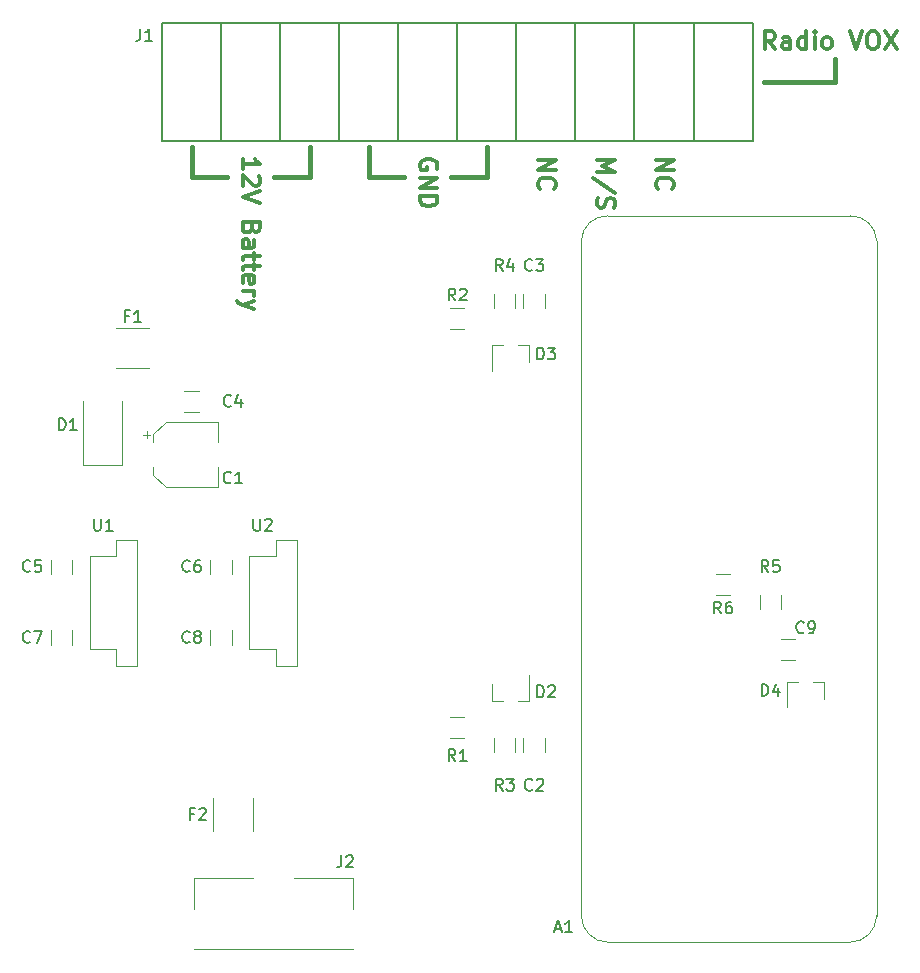
<source format=gbr>
G04 #@! TF.GenerationSoftware,KiCad,Pcbnew,(5.0.1)-4*
G04 #@! TF.CreationDate,2020-08-30T22:44:21+08:00*
G04 #@! TF.ProjectId,remote-monitor,72656D6F74652D6D6F6E69746F722E6B,rev?*
G04 #@! TF.SameCoordinates,Original*
G04 #@! TF.FileFunction,Legend,Top*
G04 #@! TF.FilePolarity,Positive*
%FSLAX46Y46*%
G04 Gerber Fmt 4.6, Leading zero omitted, Abs format (unit mm)*
G04 Created by KiCad (PCBNEW (5.0.1)-4) date 30/08/2020 10:44:21 PM*
%MOMM*%
%LPD*%
G01*
G04 APERTURE LIST*
%ADD10C,0.300000*%
%ADD11C,0.400000*%
%ADD12C,0.150000*%
%ADD13C,0.120000*%
G04 APERTURE END LIST*
D10*
X146821428Y-57052142D02*
X148321428Y-57052142D01*
X147250000Y-57552142D01*
X148321428Y-58052142D01*
X146821428Y-58052142D01*
X148392857Y-59837857D02*
X146464285Y-58552142D01*
X146892857Y-60266428D02*
X146821428Y-60480714D01*
X146821428Y-60837857D01*
X146892857Y-60980714D01*
X146964285Y-61052142D01*
X147107142Y-61123571D01*
X147250000Y-61123571D01*
X147392857Y-61052142D01*
X147464285Y-60980714D01*
X147535714Y-60837857D01*
X147607142Y-60552142D01*
X147678571Y-60409285D01*
X147750000Y-60337857D01*
X147892857Y-60266428D01*
X148035714Y-60266428D01*
X148178571Y-60337857D01*
X148250000Y-60409285D01*
X148321428Y-60552142D01*
X148321428Y-60909285D01*
X148250000Y-61123571D01*
D11*
X167000000Y-50500000D02*
X161000000Y-50500000D01*
X167000000Y-48500000D02*
X167000000Y-50500000D01*
X112500000Y-58500000D02*
X115500000Y-58500000D01*
X112500000Y-56000000D02*
X112500000Y-58500000D01*
X122500000Y-58500000D02*
X119500000Y-58500000D01*
X122500000Y-56000000D02*
X122500000Y-58500000D01*
X127500000Y-58500000D02*
X130500000Y-58500000D01*
X127500000Y-56000000D02*
X127500000Y-58500000D01*
X137500000Y-58500000D02*
X134500000Y-58500000D01*
X137500000Y-56000000D02*
X137500000Y-58500000D01*
D10*
X151821428Y-57052142D02*
X153321428Y-57052142D01*
X151821428Y-57909285D01*
X153321428Y-57909285D01*
X151964285Y-59480714D02*
X151892857Y-59409285D01*
X151821428Y-59195000D01*
X151821428Y-59052142D01*
X151892857Y-58837857D01*
X152035714Y-58695000D01*
X152178571Y-58623571D01*
X152464285Y-58552142D01*
X152678571Y-58552142D01*
X152964285Y-58623571D01*
X153107142Y-58695000D01*
X153250000Y-58837857D01*
X153321428Y-59052142D01*
X153321428Y-59195000D01*
X153250000Y-59409285D01*
X153178571Y-59480714D01*
X161909285Y-47678571D02*
X161409285Y-46964285D01*
X161052142Y-47678571D02*
X161052142Y-46178571D01*
X161623571Y-46178571D01*
X161766428Y-46250000D01*
X161837857Y-46321428D01*
X161909285Y-46464285D01*
X161909285Y-46678571D01*
X161837857Y-46821428D01*
X161766428Y-46892857D01*
X161623571Y-46964285D01*
X161052142Y-46964285D01*
X163195000Y-47678571D02*
X163195000Y-46892857D01*
X163123571Y-46750000D01*
X162980714Y-46678571D01*
X162695000Y-46678571D01*
X162552142Y-46750000D01*
X163195000Y-47607142D02*
X163052142Y-47678571D01*
X162695000Y-47678571D01*
X162552142Y-47607142D01*
X162480714Y-47464285D01*
X162480714Y-47321428D01*
X162552142Y-47178571D01*
X162695000Y-47107142D01*
X163052142Y-47107142D01*
X163195000Y-47035714D01*
X164552142Y-47678571D02*
X164552142Y-46178571D01*
X164552142Y-47607142D02*
X164409285Y-47678571D01*
X164123571Y-47678571D01*
X163980714Y-47607142D01*
X163909285Y-47535714D01*
X163837857Y-47392857D01*
X163837857Y-46964285D01*
X163909285Y-46821428D01*
X163980714Y-46750000D01*
X164123571Y-46678571D01*
X164409285Y-46678571D01*
X164552142Y-46750000D01*
X165266428Y-47678571D02*
X165266428Y-46678571D01*
X165266428Y-46178571D02*
X165195000Y-46250000D01*
X165266428Y-46321428D01*
X165337857Y-46250000D01*
X165266428Y-46178571D01*
X165266428Y-46321428D01*
X166195000Y-47678571D02*
X166052142Y-47607142D01*
X165980714Y-47535714D01*
X165909285Y-47392857D01*
X165909285Y-46964285D01*
X165980714Y-46821428D01*
X166052142Y-46750000D01*
X166195000Y-46678571D01*
X166409285Y-46678571D01*
X166552142Y-46750000D01*
X166623571Y-46821428D01*
X166695000Y-46964285D01*
X166695000Y-47392857D01*
X166623571Y-47535714D01*
X166552142Y-47607142D01*
X166409285Y-47678571D01*
X166195000Y-47678571D01*
X168266428Y-46178571D02*
X168766428Y-47678571D01*
X169266428Y-46178571D01*
X170052142Y-46178571D02*
X170337857Y-46178571D01*
X170480714Y-46250000D01*
X170623571Y-46392857D01*
X170695000Y-46678571D01*
X170695000Y-47178571D01*
X170623571Y-47464285D01*
X170480714Y-47607142D01*
X170337857Y-47678571D01*
X170052142Y-47678571D01*
X169909285Y-47607142D01*
X169766428Y-47464285D01*
X169695000Y-47178571D01*
X169695000Y-46678571D01*
X169766428Y-46392857D01*
X169909285Y-46250000D01*
X170052142Y-46178571D01*
X171195000Y-46178571D02*
X172195000Y-47678571D01*
X172195000Y-46178571D02*
X171195000Y-47678571D01*
X141821428Y-57052142D02*
X143321428Y-57052142D01*
X141821428Y-57909285D01*
X143321428Y-57909285D01*
X141964285Y-59480714D02*
X141892857Y-59409285D01*
X141821428Y-59195000D01*
X141821428Y-59052142D01*
X141892857Y-58837857D01*
X142035714Y-58695000D01*
X142178571Y-58623571D01*
X142464285Y-58552142D01*
X142678571Y-58552142D01*
X142964285Y-58623571D01*
X143107142Y-58695000D01*
X143250000Y-58837857D01*
X143321428Y-59052142D01*
X143321428Y-59195000D01*
X143250000Y-59409285D01*
X143178571Y-59480714D01*
X133250000Y-57837857D02*
X133321428Y-57695000D01*
X133321428Y-57480714D01*
X133250000Y-57266428D01*
X133107142Y-57123571D01*
X132964285Y-57052142D01*
X132678571Y-56980714D01*
X132464285Y-56980714D01*
X132178571Y-57052142D01*
X132035714Y-57123571D01*
X131892857Y-57266428D01*
X131821428Y-57480714D01*
X131821428Y-57623571D01*
X131892857Y-57837857D01*
X131964285Y-57909285D01*
X132464285Y-57909285D01*
X132464285Y-57623571D01*
X131821428Y-58552142D02*
X133321428Y-58552142D01*
X131821428Y-59409285D01*
X133321428Y-59409285D01*
X131821428Y-60123571D02*
X133321428Y-60123571D01*
X133321428Y-60480714D01*
X133250000Y-60695000D01*
X133107142Y-60837857D01*
X132964285Y-60909285D01*
X132678571Y-60980714D01*
X132464285Y-60980714D01*
X132178571Y-60909285D01*
X132035714Y-60837857D01*
X131892857Y-60695000D01*
X131821428Y-60480714D01*
X131821428Y-60123571D01*
X116821428Y-57837857D02*
X116821428Y-56980714D01*
X116821428Y-57409285D02*
X118321428Y-57409285D01*
X118107142Y-57266428D01*
X117964285Y-57123571D01*
X117892857Y-56980714D01*
X118178571Y-58409285D02*
X118250000Y-58480714D01*
X118321428Y-58623571D01*
X118321428Y-58980714D01*
X118250000Y-59123571D01*
X118178571Y-59195000D01*
X118035714Y-59266428D01*
X117892857Y-59266428D01*
X117678571Y-59195000D01*
X116821428Y-58337857D01*
X116821428Y-59266428D01*
X118321428Y-59695000D02*
X116821428Y-60195000D01*
X118321428Y-60695000D01*
X117607142Y-62837857D02*
X117535714Y-63052142D01*
X117464285Y-63123571D01*
X117321428Y-63195000D01*
X117107142Y-63195000D01*
X116964285Y-63123571D01*
X116892857Y-63052142D01*
X116821428Y-62909285D01*
X116821428Y-62337857D01*
X118321428Y-62337857D01*
X118321428Y-62837857D01*
X118250000Y-62980714D01*
X118178571Y-63052142D01*
X118035714Y-63123571D01*
X117892857Y-63123571D01*
X117750000Y-63052142D01*
X117678571Y-62980714D01*
X117607142Y-62837857D01*
X117607142Y-62337857D01*
X116821428Y-64480714D02*
X117607142Y-64480714D01*
X117750000Y-64409285D01*
X117821428Y-64266428D01*
X117821428Y-63980714D01*
X117750000Y-63837857D01*
X116892857Y-64480714D02*
X116821428Y-64337857D01*
X116821428Y-63980714D01*
X116892857Y-63837857D01*
X117035714Y-63766428D01*
X117178571Y-63766428D01*
X117321428Y-63837857D01*
X117392857Y-63980714D01*
X117392857Y-64337857D01*
X117464285Y-64480714D01*
X117821428Y-64980714D02*
X117821428Y-65552142D01*
X118321428Y-65195000D02*
X117035714Y-65195000D01*
X116892857Y-65266428D01*
X116821428Y-65409285D01*
X116821428Y-65552142D01*
X117821428Y-65837857D02*
X117821428Y-66409285D01*
X118321428Y-66052142D02*
X117035714Y-66052142D01*
X116892857Y-66123571D01*
X116821428Y-66266428D01*
X116821428Y-66409285D01*
X116892857Y-67480714D02*
X116821428Y-67337857D01*
X116821428Y-67052142D01*
X116892857Y-66909285D01*
X117035714Y-66837857D01*
X117607142Y-66837857D01*
X117750000Y-66909285D01*
X117821428Y-67052142D01*
X117821428Y-67337857D01*
X117750000Y-67480714D01*
X117607142Y-67552142D01*
X117464285Y-67552142D01*
X117321428Y-66837857D01*
X116821428Y-68195000D02*
X117821428Y-68195000D01*
X117535714Y-68195000D02*
X117678571Y-68266428D01*
X117750000Y-68337857D01*
X117821428Y-68480714D01*
X117821428Y-68623571D01*
X117821428Y-68980714D02*
X116821428Y-69337857D01*
X117821428Y-69695000D02*
X116821428Y-69337857D01*
X116464285Y-69195000D01*
X116392857Y-69123571D01*
X116321428Y-68980714D01*
D12*
G04 #@! TO.C,J1*
X160000000Y-45500000D02*
X160000000Y-55500000D01*
X155000000Y-45500000D02*
X155000000Y-55500000D01*
X150000000Y-45500000D02*
X150000000Y-55500000D01*
X145000000Y-45500000D02*
X145000000Y-55500000D01*
X115000000Y-45500000D02*
X115000000Y-55500000D01*
X120000000Y-45500000D02*
X120000000Y-55500000D01*
X125000000Y-45500000D02*
X125000000Y-55500000D01*
X130000000Y-45500000D02*
X130000000Y-55500000D01*
X135000000Y-45500000D02*
X135000000Y-55500000D01*
X140000000Y-45500000D02*
X140000000Y-55500000D01*
X110000000Y-45500000D02*
X110000000Y-55500000D01*
X110000000Y-55500000D02*
X160000000Y-55500000D01*
X160000000Y-45500000D02*
X110000000Y-45500000D01*
D13*
G04 #@! TO.C,A1*
X147749953Y-61793055D02*
X168250913Y-61793055D01*
X145501223Y-121044665D02*
X145501223Y-63892937D01*
X145501223Y-63892937D02*
G75*
G02X147749953Y-61793055I2174971J-75136D01*
G01*
X147751476Y-123294919D02*
G75*
G02X145501223Y-121044665I-185J2250068D01*
G01*
X170501421Y-121045427D02*
G75*
G02X168250913Y-123295936I-2250502J-7D01*
G01*
X168250913Y-123295936D02*
X147751476Y-123294919D01*
X168250913Y-61793054D02*
G75*
G02X170501421Y-63893699I76660J-2173725D01*
G01*
X170501421Y-63893699D02*
X170501421Y-121045427D01*
G04 #@! TO.C,C1*
X114760000Y-84760000D02*
X114760000Y-83060000D01*
X114760000Y-79240000D02*
X114760000Y-80940000D01*
X110304437Y-79240000D02*
X114760000Y-79240000D01*
X110304437Y-84760000D02*
X114760000Y-84760000D01*
X109240000Y-83695563D02*
X109240000Y-83060000D01*
X109240000Y-80304437D02*
X109240000Y-80940000D01*
X109240000Y-80304437D02*
X110304437Y-79240000D01*
X109240000Y-83695563D02*
X110304437Y-84760000D01*
X108375000Y-80315000D02*
X109000000Y-80315000D01*
X108687500Y-80002500D02*
X108687500Y-80627500D01*
G04 #@! TO.C,C2*
X140590000Y-105997936D02*
X140590000Y-107202064D01*
X142410000Y-105997936D02*
X142410000Y-107202064D01*
G04 #@! TO.C,C3*
X142410000Y-69602064D02*
X142410000Y-68397936D01*
X140590000Y-69602064D02*
X140590000Y-68397936D01*
G04 #@! TO.C,C4*
X111897936Y-76590000D02*
X113102064Y-76590000D01*
X111897936Y-78410000D02*
X113102064Y-78410000D01*
G04 #@! TO.C,C5*
X102410000Y-90897936D02*
X102410000Y-92102064D01*
X100590000Y-90897936D02*
X100590000Y-92102064D01*
G04 #@! TO.C,C6*
X114090000Y-90897936D02*
X114090000Y-92102064D01*
X115910000Y-90897936D02*
X115910000Y-92102064D01*
G04 #@! TO.C,C7*
X100590000Y-98102064D02*
X100590000Y-96897936D01*
X102410000Y-98102064D02*
X102410000Y-96897936D01*
G04 #@! TO.C,C8*
X114090000Y-98102064D02*
X114090000Y-96897936D01*
X115910000Y-98102064D02*
X115910000Y-96897936D01*
G04 #@! TO.C,C9*
X162397936Y-99410000D02*
X163602064Y-99410000D01*
X162397936Y-97590000D02*
X163602064Y-97590000D01*
G04 #@! TO.C,D1*
X103350000Y-82900000D02*
X106650000Y-82900000D01*
X106650000Y-82900000D02*
X106650000Y-77500000D01*
X103350000Y-82900000D02*
X103350000Y-77500000D01*
G04 #@! TO.C,D2*
X137920000Y-102860000D02*
X138850000Y-102860000D01*
X141080000Y-102860000D02*
X140150000Y-102860000D01*
X141080000Y-102860000D02*
X141080000Y-100700000D01*
X137920000Y-102860000D02*
X137920000Y-101400000D01*
G04 #@! TO.C,D3*
X141080000Y-72740000D02*
X141080000Y-74200000D01*
X137920000Y-72740000D02*
X137920000Y-74900000D01*
X137920000Y-72740000D02*
X138850000Y-72740000D01*
X141080000Y-72740000D02*
X140150000Y-72740000D01*
G04 #@! TO.C,D4*
X166080000Y-101240000D02*
X165150000Y-101240000D01*
X162920000Y-101240000D02*
X163850000Y-101240000D01*
X162920000Y-101240000D02*
X162920000Y-103400000D01*
X166080000Y-101240000D02*
X166080000Y-102700000D01*
G04 #@! TO.C,J2*
X112744000Y-117878000D02*
X117694000Y-117878000D01*
X112744000Y-117878000D02*
X112744000Y-120478000D01*
X126144000Y-117878000D02*
X126144000Y-120478000D01*
X126144000Y-117878000D02*
X121194000Y-117878000D01*
X126144000Y-123878000D02*
X112744000Y-123878000D01*
G04 #@! TO.C,R1*
X135602064Y-106010000D02*
X134397936Y-106010000D01*
X135602064Y-104190000D02*
X134397936Y-104190000D01*
G04 #@! TO.C,R2*
X135602064Y-69590000D02*
X134397936Y-69590000D01*
X135602064Y-71410000D02*
X134397936Y-71410000D01*
G04 #@! TO.C,R3*
X139910000Y-107202064D02*
X139910000Y-105997936D01*
X138090000Y-107202064D02*
X138090000Y-105997936D01*
G04 #@! TO.C,R4*
X139910000Y-68397936D02*
X139910000Y-69602064D01*
X138090000Y-68397936D02*
X138090000Y-69602064D01*
G04 #@! TO.C,R5*
X160590000Y-95102064D02*
X160590000Y-93897936D01*
X162410000Y-95102064D02*
X162410000Y-93897936D01*
G04 #@! TO.C,R6*
X158102064Y-92090000D02*
X156897936Y-92090000D01*
X158102064Y-93910000D02*
X156897936Y-93910000D01*
G04 #@! TO.C,U1*
X106140000Y-90600000D02*
X106140000Y-89210000D01*
X103900000Y-90600000D02*
X106140000Y-90600000D01*
X103900000Y-98480000D02*
X103900000Y-90600000D01*
X106140000Y-98480000D02*
X103900000Y-98480000D01*
X106140000Y-99880000D02*
X106140000Y-98480000D01*
X106150000Y-99880000D02*
X107920000Y-99880000D01*
X107920000Y-99880000D02*
X107920000Y-89210000D01*
X107920000Y-89210000D02*
X106140000Y-89210000D01*
G04 #@! TO.C,U2*
X121420000Y-89210000D02*
X119640000Y-89210000D01*
X121420000Y-99880000D02*
X121420000Y-89210000D01*
X119650000Y-99880000D02*
X121420000Y-99880000D01*
X119640000Y-99880000D02*
X119640000Y-98480000D01*
X119640000Y-98480000D02*
X117400000Y-98480000D01*
X117400000Y-98480000D02*
X117400000Y-90600000D01*
X117400000Y-90600000D02*
X119640000Y-90600000D01*
X119640000Y-90600000D02*
X119640000Y-89210000D01*
G04 #@! TO.C,F1*
X106113748Y-74710000D02*
X108886252Y-74710000D01*
X106113748Y-71290000D02*
X108886252Y-71290000D01*
G04 #@! TO.C,F2*
X114290000Y-113886252D02*
X114290000Y-111113748D01*
X117710000Y-113886252D02*
X117710000Y-111113748D01*
G04 #@! TO.C,J1*
D12*
X108166666Y-45952380D02*
X108166666Y-46666666D01*
X108119047Y-46809523D01*
X108023809Y-46904761D01*
X107880952Y-46952380D01*
X107785714Y-46952380D01*
X109166666Y-46952380D02*
X108595238Y-46952380D01*
X108880952Y-46952380D02*
X108880952Y-45952380D01*
X108785714Y-46095238D01*
X108690476Y-46190476D01*
X108595238Y-46238095D01*
G04 #@! TO.C,A1*
X143285714Y-122166666D02*
X143761904Y-122166666D01*
X143190476Y-122452380D02*
X143523809Y-121452380D01*
X143857142Y-122452380D01*
X144714285Y-122452380D02*
X144142857Y-122452380D01*
X144428571Y-122452380D02*
X144428571Y-121452380D01*
X144333333Y-121595238D01*
X144238095Y-121690476D01*
X144142857Y-121738095D01*
G04 #@! TO.C,C1*
X115833333Y-84357142D02*
X115785714Y-84404761D01*
X115642857Y-84452380D01*
X115547619Y-84452380D01*
X115404761Y-84404761D01*
X115309523Y-84309523D01*
X115261904Y-84214285D01*
X115214285Y-84023809D01*
X115214285Y-83880952D01*
X115261904Y-83690476D01*
X115309523Y-83595238D01*
X115404761Y-83500000D01*
X115547619Y-83452380D01*
X115642857Y-83452380D01*
X115785714Y-83500000D01*
X115833333Y-83547619D01*
X116785714Y-84452380D02*
X116214285Y-84452380D01*
X116500000Y-84452380D02*
X116500000Y-83452380D01*
X116404761Y-83595238D01*
X116309523Y-83690476D01*
X116214285Y-83738095D01*
G04 #@! TO.C,C2*
X141333333Y-110357142D02*
X141285714Y-110404761D01*
X141142857Y-110452380D01*
X141047619Y-110452380D01*
X140904761Y-110404761D01*
X140809523Y-110309523D01*
X140761904Y-110214285D01*
X140714285Y-110023809D01*
X140714285Y-109880952D01*
X140761904Y-109690476D01*
X140809523Y-109595238D01*
X140904761Y-109500000D01*
X141047619Y-109452380D01*
X141142857Y-109452380D01*
X141285714Y-109500000D01*
X141333333Y-109547619D01*
X141714285Y-109547619D02*
X141761904Y-109500000D01*
X141857142Y-109452380D01*
X142095238Y-109452380D01*
X142190476Y-109500000D01*
X142238095Y-109547619D01*
X142285714Y-109642857D01*
X142285714Y-109738095D01*
X142238095Y-109880952D01*
X141666666Y-110452380D01*
X142285714Y-110452380D01*
G04 #@! TO.C,C3*
X141333333Y-66357142D02*
X141285714Y-66404761D01*
X141142857Y-66452380D01*
X141047619Y-66452380D01*
X140904761Y-66404761D01*
X140809523Y-66309523D01*
X140761904Y-66214285D01*
X140714285Y-66023809D01*
X140714285Y-65880952D01*
X140761904Y-65690476D01*
X140809523Y-65595238D01*
X140904761Y-65500000D01*
X141047619Y-65452380D01*
X141142857Y-65452380D01*
X141285714Y-65500000D01*
X141333333Y-65547619D01*
X141666666Y-65452380D02*
X142285714Y-65452380D01*
X141952380Y-65833333D01*
X142095238Y-65833333D01*
X142190476Y-65880952D01*
X142238095Y-65928571D01*
X142285714Y-66023809D01*
X142285714Y-66261904D01*
X142238095Y-66357142D01*
X142190476Y-66404761D01*
X142095238Y-66452380D01*
X141809523Y-66452380D01*
X141714285Y-66404761D01*
X141666666Y-66357142D01*
G04 #@! TO.C,C4*
X115833333Y-77857142D02*
X115785714Y-77904761D01*
X115642857Y-77952380D01*
X115547619Y-77952380D01*
X115404761Y-77904761D01*
X115309523Y-77809523D01*
X115261904Y-77714285D01*
X115214285Y-77523809D01*
X115214285Y-77380952D01*
X115261904Y-77190476D01*
X115309523Y-77095238D01*
X115404761Y-77000000D01*
X115547619Y-76952380D01*
X115642857Y-76952380D01*
X115785714Y-77000000D01*
X115833333Y-77047619D01*
X116690476Y-77285714D02*
X116690476Y-77952380D01*
X116452380Y-76904761D02*
X116214285Y-77619047D01*
X116833333Y-77619047D01*
G04 #@! TO.C,C5*
X98833333Y-91857142D02*
X98785714Y-91904761D01*
X98642857Y-91952380D01*
X98547619Y-91952380D01*
X98404761Y-91904761D01*
X98309523Y-91809523D01*
X98261904Y-91714285D01*
X98214285Y-91523809D01*
X98214285Y-91380952D01*
X98261904Y-91190476D01*
X98309523Y-91095238D01*
X98404761Y-91000000D01*
X98547619Y-90952380D01*
X98642857Y-90952380D01*
X98785714Y-91000000D01*
X98833333Y-91047619D01*
X99738095Y-90952380D02*
X99261904Y-90952380D01*
X99214285Y-91428571D01*
X99261904Y-91380952D01*
X99357142Y-91333333D01*
X99595238Y-91333333D01*
X99690476Y-91380952D01*
X99738095Y-91428571D01*
X99785714Y-91523809D01*
X99785714Y-91761904D01*
X99738095Y-91857142D01*
X99690476Y-91904761D01*
X99595238Y-91952380D01*
X99357142Y-91952380D01*
X99261904Y-91904761D01*
X99214285Y-91857142D01*
G04 #@! TO.C,C6*
X112333333Y-91857142D02*
X112285714Y-91904761D01*
X112142857Y-91952380D01*
X112047619Y-91952380D01*
X111904761Y-91904761D01*
X111809523Y-91809523D01*
X111761904Y-91714285D01*
X111714285Y-91523809D01*
X111714285Y-91380952D01*
X111761904Y-91190476D01*
X111809523Y-91095238D01*
X111904761Y-91000000D01*
X112047619Y-90952380D01*
X112142857Y-90952380D01*
X112285714Y-91000000D01*
X112333333Y-91047619D01*
X113190476Y-90952380D02*
X113000000Y-90952380D01*
X112904761Y-91000000D01*
X112857142Y-91047619D01*
X112761904Y-91190476D01*
X112714285Y-91380952D01*
X112714285Y-91761904D01*
X112761904Y-91857142D01*
X112809523Y-91904761D01*
X112904761Y-91952380D01*
X113095238Y-91952380D01*
X113190476Y-91904761D01*
X113238095Y-91857142D01*
X113285714Y-91761904D01*
X113285714Y-91523809D01*
X113238095Y-91428571D01*
X113190476Y-91380952D01*
X113095238Y-91333333D01*
X112904761Y-91333333D01*
X112809523Y-91380952D01*
X112761904Y-91428571D01*
X112714285Y-91523809D01*
G04 #@! TO.C,C7*
X98833333Y-97857142D02*
X98785714Y-97904761D01*
X98642857Y-97952380D01*
X98547619Y-97952380D01*
X98404761Y-97904761D01*
X98309523Y-97809523D01*
X98261904Y-97714285D01*
X98214285Y-97523809D01*
X98214285Y-97380952D01*
X98261904Y-97190476D01*
X98309523Y-97095238D01*
X98404761Y-97000000D01*
X98547619Y-96952380D01*
X98642857Y-96952380D01*
X98785714Y-97000000D01*
X98833333Y-97047619D01*
X99166666Y-96952380D02*
X99833333Y-96952380D01*
X99404761Y-97952380D01*
G04 #@! TO.C,C8*
X112333333Y-97857142D02*
X112285714Y-97904761D01*
X112142857Y-97952380D01*
X112047619Y-97952380D01*
X111904761Y-97904761D01*
X111809523Y-97809523D01*
X111761904Y-97714285D01*
X111714285Y-97523809D01*
X111714285Y-97380952D01*
X111761904Y-97190476D01*
X111809523Y-97095238D01*
X111904761Y-97000000D01*
X112047619Y-96952380D01*
X112142857Y-96952380D01*
X112285714Y-97000000D01*
X112333333Y-97047619D01*
X112904761Y-97380952D02*
X112809523Y-97333333D01*
X112761904Y-97285714D01*
X112714285Y-97190476D01*
X112714285Y-97142857D01*
X112761904Y-97047619D01*
X112809523Y-97000000D01*
X112904761Y-96952380D01*
X113095238Y-96952380D01*
X113190476Y-97000000D01*
X113238095Y-97047619D01*
X113285714Y-97142857D01*
X113285714Y-97190476D01*
X113238095Y-97285714D01*
X113190476Y-97333333D01*
X113095238Y-97380952D01*
X112904761Y-97380952D01*
X112809523Y-97428571D01*
X112761904Y-97476190D01*
X112714285Y-97571428D01*
X112714285Y-97761904D01*
X112761904Y-97857142D01*
X112809523Y-97904761D01*
X112904761Y-97952380D01*
X113095238Y-97952380D01*
X113190476Y-97904761D01*
X113238095Y-97857142D01*
X113285714Y-97761904D01*
X113285714Y-97571428D01*
X113238095Y-97476190D01*
X113190476Y-97428571D01*
X113095238Y-97380952D01*
G04 #@! TO.C,C9*
X164333333Y-97037142D02*
X164285714Y-97084761D01*
X164142857Y-97132380D01*
X164047619Y-97132380D01*
X163904761Y-97084761D01*
X163809523Y-96989523D01*
X163761904Y-96894285D01*
X163714285Y-96703809D01*
X163714285Y-96560952D01*
X163761904Y-96370476D01*
X163809523Y-96275238D01*
X163904761Y-96180000D01*
X164047619Y-96132380D01*
X164142857Y-96132380D01*
X164285714Y-96180000D01*
X164333333Y-96227619D01*
X164809523Y-97132380D02*
X165000000Y-97132380D01*
X165095238Y-97084761D01*
X165142857Y-97037142D01*
X165238095Y-96894285D01*
X165285714Y-96703809D01*
X165285714Y-96322857D01*
X165238095Y-96227619D01*
X165190476Y-96180000D01*
X165095238Y-96132380D01*
X164904761Y-96132380D01*
X164809523Y-96180000D01*
X164761904Y-96227619D01*
X164714285Y-96322857D01*
X164714285Y-96560952D01*
X164761904Y-96656190D01*
X164809523Y-96703809D01*
X164904761Y-96751428D01*
X165095238Y-96751428D01*
X165190476Y-96703809D01*
X165238095Y-96656190D01*
X165285714Y-96560952D01*
G04 #@! TO.C,D1*
X101261904Y-79952380D02*
X101261904Y-78952380D01*
X101500000Y-78952380D01*
X101642857Y-79000000D01*
X101738095Y-79095238D01*
X101785714Y-79190476D01*
X101833333Y-79380952D01*
X101833333Y-79523809D01*
X101785714Y-79714285D01*
X101738095Y-79809523D01*
X101642857Y-79904761D01*
X101500000Y-79952380D01*
X101261904Y-79952380D01*
X102785714Y-79952380D02*
X102214285Y-79952380D01*
X102500000Y-79952380D02*
X102500000Y-78952380D01*
X102404761Y-79095238D01*
X102309523Y-79190476D01*
X102214285Y-79238095D01*
G04 #@! TO.C,D2*
X141761904Y-102552380D02*
X141761904Y-101552380D01*
X142000000Y-101552380D01*
X142142857Y-101600000D01*
X142238095Y-101695238D01*
X142285714Y-101790476D01*
X142333333Y-101980952D01*
X142333333Y-102123809D01*
X142285714Y-102314285D01*
X142238095Y-102409523D01*
X142142857Y-102504761D01*
X142000000Y-102552380D01*
X141761904Y-102552380D01*
X142714285Y-101647619D02*
X142761904Y-101600000D01*
X142857142Y-101552380D01*
X143095238Y-101552380D01*
X143190476Y-101600000D01*
X143238095Y-101647619D01*
X143285714Y-101742857D01*
X143285714Y-101838095D01*
X143238095Y-101980952D01*
X142666666Y-102552380D01*
X143285714Y-102552380D01*
G04 #@! TO.C,D3*
X141761904Y-73952380D02*
X141761904Y-72952380D01*
X142000000Y-72952380D01*
X142142857Y-73000000D01*
X142238095Y-73095238D01*
X142285714Y-73190476D01*
X142333333Y-73380952D01*
X142333333Y-73523809D01*
X142285714Y-73714285D01*
X142238095Y-73809523D01*
X142142857Y-73904761D01*
X142000000Y-73952380D01*
X141761904Y-73952380D01*
X142666666Y-72952380D02*
X143285714Y-72952380D01*
X142952380Y-73333333D01*
X143095238Y-73333333D01*
X143190476Y-73380952D01*
X143238095Y-73428571D01*
X143285714Y-73523809D01*
X143285714Y-73761904D01*
X143238095Y-73857142D01*
X143190476Y-73904761D01*
X143095238Y-73952380D01*
X142809523Y-73952380D01*
X142714285Y-73904761D01*
X142666666Y-73857142D01*
G04 #@! TO.C,D4*
X160761904Y-102452380D02*
X160761904Y-101452380D01*
X161000000Y-101452380D01*
X161142857Y-101500000D01*
X161238095Y-101595238D01*
X161285714Y-101690476D01*
X161333333Y-101880952D01*
X161333333Y-102023809D01*
X161285714Y-102214285D01*
X161238095Y-102309523D01*
X161142857Y-102404761D01*
X161000000Y-102452380D01*
X160761904Y-102452380D01*
X162190476Y-101785714D02*
X162190476Y-102452380D01*
X161952380Y-101404761D02*
X161714285Y-102119047D01*
X162333333Y-102119047D01*
G04 #@! TO.C,J2*
X125166666Y-115952380D02*
X125166666Y-116666666D01*
X125119047Y-116809523D01*
X125023809Y-116904761D01*
X124880952Y-116952380D01*
X124785714Y-116952380D01*
X125595238Y-116047619D02*
X125642857Y-116000000D01*
X125738095Y-115952380D01*
X125976190Y-115952380D01*
X126071428Y-116000000D01*
X126119047Y-116047619D01*
X126166666Y-116142857D01*
X126166666Y-116238095D01*
X126119047Y-116380952D01*
X125547619Y-116952380D01*
X126166666Y-116952380D01*
G04 #@! TO.C,R1*
X134833333Y-107952380D02*
X134500000Y-107476190D01*
X134261904Y-107952380D02*
X134261904Y-106952380D01*
X134642857Y-106952380D01*
X134738095Y-107000000D01*
X134785714Y-107047619D01*
X134833333Y-107142857D01*
X134833333Y-107285714D01*
X134785714Y-107380952D01*
X134738095Y-107428571D01*
X134642857Y-107476190D01*
X134261904Y-107476190D01*
X135785714Y-107952380D02*
X135214285Y-107952380D01*
X135500000Y-107952380D02*
X135500000Y-106952380D01*
X135404761Y-107095238D01*
X135309523Y-107190476D01*
X135214285Y-107238095D01*
G04 #@! TO.C,R2*
X134833333Y-68952380D02*
X134500000Y-68476190D01*
X134261904Y-68952380D02*
X134261904Y-67952380D01*
X134642857Y-67952380D01*
X134738095Y-68000000D01*
X134785714Y-68047619D01*
X134833333Y-68142857D01*
X134833333Y-68285714D01*
X134785714Y-68380952D01*
X134738095Y-68428571D01*
X134642857Y-68476190D01*
X134261904Y-68476190D01*
X135214285Y-68047619D02*
X135261904Y-68000000D01*
X135357142Y-67952380D01*
X135595238Y-67952380D01*
X135690476Y-68000000D01*
X135738095Y-68047619D01*
X135785714Y-68142857D01*
X135785714Y-68238095D01*
X135738095Y-68380952D01*
X135166666Y-68952380D01*
X135785714Y-68952380D01*
G04 #@! TO.C,R3*
X138833333Y-110452380D02*
X138500000Y-109976190D01*
X138261904Y-110452380D02*
X138261904Y-109452380D01*
X138642857Y-109452380D01*
X138738095Y-109500000D01*
X138785714Y-109547619D01*
X138833333Y-109642857D01*
X138833333Y-109785714D01*
X138785714Y-109880952D01*
X138738095Y-109928571D01*
X138642857Y-109976190D01*
X138261904Y-109976190D01*
X139166666Y-109452380D02*
X139785714Y-109452380D01*
X139452380Y-109833333D01*
X139595238Y-109833333D01*
X139690476Y-109880952D01*
X139738095Y-109928571D01*
X139785714Y-110023809D01*
X139785714Y-110261904D01*
X139738095Y-110357142D01*
X139690476Y-110404761D01*
X139595238Y-110452380D01*
X139309523Y-110452380D01*
X139214285Y-110404761D01*
X139166666Y-110357142D01*
G04 #@! TO.C,R4*
X138833333Y-66452380D02*
X138500000Y-65976190D01*
X138261904Y-66452380D02*
X138261904Y-65452380D01*
X138642857Y-65452380D01*
X138738095Y-65500000D01*
X138785714Y-65547619D01*
X138833333Y-65642857D01*
X138833333Y-65785714D01*
X138785714Y-65880952D01*
X138738095Y-65928571D01*
X138642857Y-65976190D01*
X138261904Y-65976190D01*
X139690476Y-65785714D02*
X139690476Y-66452380D01*
X139452380Y-65404761D02*
X139214285Y-66119047D01*
X139833333Y-66119047D01*
G04 #@! TO.C,R5*
X161333333Y-91952380D02*
X161000000Y-91476190D01*
X160761904Y-91952380D02*
X160761904Y-90952380D01*
X161142857Y-90952380D01*
X161238095Y-91000000D01*
X161285714Y-91047619D01*
X161333333Y-91142857D01*
X161333333Y-91285714D01*
X161285714Y-91380952D01*
X161238095Y-91428571D01*
X161142857Y-91476190D01*
X160761904Y-91476190D01*
X162238095Y-90952380D02*
X161761904Y-90952380D01*
X161714285Y-91428571D01*
X161761904Y-91380952D01*
X161857142Y-91333333D01*
X162095238Y-91333333D01*
X162190476Y-91380952D01*
X162238095Y-91428571D01*
X162285714Y-91523809D01*
X162285714Y-91761904D01*
X162238095Y-91857142D01*
X162190476Y-91904761D01*
X162095238Y-91952380D01*
X161857142Y-91952380D01*
X161761904Y-91904761D01*
X161714285Y-91857142D01*
G04 #@! TO.C,R6*
X157333333Y-95452380D02*
X157000000Y-94976190D01*
X156761904Y-95452380D02*
X156761904Y-94452380D01*
X157142857Y-94452380D01*
X157238095Y-94500000D01*
X157285714Y-94547619D01*
X157333333Y-94642857D01*
X157333333Y-94785714D01*
X157285714Y-94880952D01*
X157238095Y-94928571D01*
X157142857Y-94976190D01*
X156761904Y-94976190D01*
X158190476Y-94452380D02*
X158000000Y-94452380D01*
X157904761Y-94500000D01*
X157857142Y-94547619D01*
X157761904Y-94690476D01*
X157714285Y-94880952D01*
X157714285Y-95261904D01*
X157761904Y-95357142D01*
X157809523Y-95404761D01*
X157904761Y-95452380D01*
X158095238Y-95452380D01*
X158190476Y-95404761D01*
X158238095Y-95357142D01*
X158285714Y-95261904D01*
X158285714Y-95023809D01*
X158238095Y-94928571D01*
X158190476Y-94880952D01*
X158095238Y-94833333D01*
X157904761Y-94833333D01*
X157809523Y-94880952D01*
X157761904Y-94928571D01*
X157714285Y-95023809D01*
G04 #@! TO.C,U1*
X104238095Y-87452380D02*
X104238095Y-88261904D01*
X104285714Y-88357142D01*
X104333333Y-88404761D01*
X104428571Y-88452380D01*
X104619047Y-88452380D01*
X104714285Y-88404761D01*
X104761904Y-88357142D01*
X104809523Y-88261904D01*
X104809523Y-87452380D01*
X105809523Y-88452380D02*
X105238095Y-88452380D01*
X105523809Y-88452380D02*
X105523809Y-87452380D01*
X105428571Y-87595238D01*
X105333333Y-87690476D01*
X105238095Y-87738095D01*
G04 #@! TO.C,U2*
X117738095Y-87452380D02*
X117738095Y-88261904D01*
X117785714Y-88357142D01*
X117833333Y-88404761D01*
X117928571Y-88452380D01*
X118119047Y-88452380D01*
X118214285Y-88404761D01*
X118261904Y-88357142D01*
X118309523Y-88261904D01*
X118309523Y-87452380D01*
X118738095Y-87547619D02*
X118785714Y-87500000D01*
X118880952Y-87452380D01*
X119119047Y-87452380D01*
X119214285Y-87500000D01*
X119261904Y-87547619D01*
X119309523Y-87642857D01*
X119309523Y-87738095D01*
X119261904Y-87880952D01*
X118690476Y-88452380D01*
X119309523Y-88452380D01*
G04 #@! TO.C,F1*
X107166666Y-70278571D02*
X106833333Y-70278571D01*
X106833333Y-70802380D02*
X106833333Y-69802380D01*
X107309523Y-69802380D01*
X108214285Y-70802380D02*
X107642857Y-70802380D01*
X107928571Y-70802380D02*
X107928571Y-69802380D01*
X107833333Y-69945238D01*
X107738095Y-70040476D01*
X107642857Y-70088095D01*
G04 #@! TO.C,F2*
X112666666Y-112428571D02*
X112333333Y-112428571D01*
X112333333Y-112952380D02*
X112333333Y-111952380D01*
X112809523Y-111952380D01*
X113142857Y-112047619D02*
X113190476Y-112000000D01*
X113285714Y-111952380D01*
X113523809Y-111952380D01*
X113619047Y-112000000D01*
X113666666Y-112047619D01*
X113714285Y-112142857D01*
X113714285Y-112238095D01*
X113666666Y-112380952D01*
X113095238Y-112952380D01*
X113714285Y-112952380D01*
G04 #@! TD*
M02*

</source>
